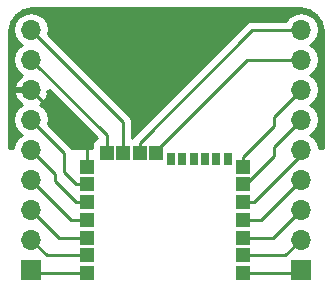
<source format=gbr>
G04 #@! TF.FileFunction,Copper,L1,Top,Signal*
%FSLAX46Y46*%
G04 Gerber Fmt 4.6, Leading zero omitted, Abs format (unit mm)*
G04 Created by KiCad (PCBNEW 4.0.6) date Sun Jun 17 22:16:41 2018*
%MOMM*%
%LPD*%
G01*
G04 APERTURE LIST*
%ADD10C,0.100000*%
%ADD11R,1.700000X1.700000*%
%ADD12O,1.700000X1.700000*%
%ADD13R,1.300000X1.200000*%
%ADD14R,1.200000X1.300000*%
%ADD15R,0.800000X1.000000*%
%ADD16C,0.250000*%
%ADD17C,0.254000*%
G04 APERTURE END LIST*
D10*
D11*
X137160000Y-109220000D03*
D12*
X137160000Y-106680000D03*
X137160000Y-104140000D03*
X137160000Y-101600000D03*
X137160000Y-99060000D03*
X137160000Y-96520000D03*
X137160000Y-93980000D03*
X137160000Y-91440000D03*
X137160000Y-88900000D03*
D11*
X160020000Y-109220000D03*
D12*
X160020000Y-106680000D03*
X160020000Y-104140000D03*
X160020000Y-101600000D03*
X160020000Y-99060000D03*
X160020000Y-96520000D03*
X160020000Y-93980000D03*
X160020000Y-91440000D03*
X160020000Y-88900000D03*
D13*
X141901100Y-100503600D03*
X141901100Y-102003600D03*
X141901100Y-103503600D03*
X141901100Y-105003600D03*
X141901100Y-106503600D03*
X141901100Y-108003600D03*
X141901100Y-109503600D03*
X155101100Y-109503600D03*
X155101100Y-108003600D03*
X155101100Y-106503600D03*
X155101100Y-105003600D03*
X155101100Y-103503600D03*
X155101100Y-102003600D03*
X155101100Y-100503600D03*
D14*
X147751100Y-99353600D03*
X146351100Y-99353600D03*
X144951100Y-99353600D03*
X143551100Y-99353600D03*
D15*
X148991100Y-99803600D03*
X149956100Y-99803600D03*
X150921100Y-99803600D03*
X151886100Y-99803600D03*
X152851100Y-99803600D03*
X153816100Y-99803600D03*
D16*
X141901100Y-109503600D02*
X137443600Y-109503600D01*
X137443600Y-109503600D02*
X137160000Y-109220000D01*
X141901100Y-108003600D02*
X138483600Y-108003600D01*
X138483600Y-108003600D02*
X137160000Y-106680000D01*
X141901100Y-106503600D02*
X139523600Y-106503600D01*
X139523600Y-106503600D02*
X137160000Y-104140000D01*
X141901100Y-105003600D02*
X140563600Y-105003600D01*
X140563600Y-105003600D02*
X137160000Y-101600000D01*
X139192000Y-101694500D02*
X139192000Y-101092000D01*
X139192000Y-101092000D02*
X137160000Y-99060000D01*
X141901100Y-103503600D02*
X141001100Y-103503600D01*
X141001100Y-103503600D02*
X139192000Y-101694500D01*
X139954000Y-100956500D02*
X139954000Y-99314000D01*
X139954000Y-99314000D02*
X137160000Y-96520000D01*
X141901100Y-102003600D02*
X141001100Y-102003600D01*
X141001100Y-102003600D02*
X139954000Y-100956500D01*
X141901100Y-100503600D02*
X141901100Y-98721100D01*
X141901100Y-98721100D02*
X137160000Y-93980000D01*
X143551100Y-99353600D02*
X143551100Y-97831100D01*
X143551100Y-97831100D02*
X137160000Y-91440000D01*
X144951100Y-99353600D02*
X144951100Y-96691100D01*
X144951100Y-96691100D02*
X137160000Y-88900000D01*
X155101100Y-109503600D02*
X159736400Y-109503600D01*
X159736400Y-109503600D02*
X160020000Y-109220000D01*
X155101100Y-108003600D02*
X158696400Y-108003600D01*
X158696400Y-108003600D02*
X160020000Y-106680000D01*
X155101100Y-106503600D02*
X157656400Y-106503600D01*
X157656400Y-106503600D02*
X160020000Y-104140000D01*
X155101100Y-105003600D02*
X156616400Y-105003600D01*
X156616400Y-105003600D02*
X160020000Y-101600000D01*
X155101100Y-103503600D02*
X156001100Y-103503600D01*
X156001100Y-103503600D02*
X160020000Y-99484700D01*
X160020000Y-99484700D02*
X160020000Y-99060000D01*
X157734000Y-99606998D02*
X157734000Y-98806000D01*
X157734000Y-98806000D02*
X160020000Y-96520000D01*
X155101100Y-102003600D02*
X155337398Y-102003600D01*
X155337398Y-102003600D02*
X157734000Y-99606998D01*
X157734000Y-97020700D02*
X157734000Y-96266000D01*
X157734000Y-96266000D02*
X160020000Y-93980000D01*
X155101100Y-100503600D02*
X155101100Y-99653600D01*
X155101100Y-99653600D02*
X157734000Y-97020700D01*
X158817919Y-91440000D02*
X160020000Y-91440000D01*
X155448000Y-91440000D02*
X158817919Y-91440000D01*
X147751100Y-99136900D02*
X155448000Y-91440000D01*
X147751100Y-99353600D02*
X147751100Y-99136900D01*
X146351100Y-99353600D02*
X146351100Y-98453600D01*
X146351100Y-98453600D02*
X155904700Y-88900000D01*
X155904700Y-88900000D02*
X158817919Y-88900000D01*
X158817919Y-88900000D02*
X160020000Y-88900000D01*
D17*
G36*
X160714989Y-87222152D02*
X161304170Y-87615830D01*
X161697848Y-88205011D01*
X161850000Y-88969931D01*
X161850000Y-98933000D01*
X161508831Y-98933000D01*
X161421054Y-98491715D01*
X161099147Y-98009946D01*
X160769974Y-97790000D01*
X161099147Y-97570054D01*
X161421054Y-97088285D01*
X161534093Y-96520000D01*
X161421054Y-95951715D01*
X161099147Y-95469946D01*
X160769974Y-95250000D01*
X161099147Y-95030054D01*
X161421054Y-94548285D01*
X161534093Y-93980000D01*
X161421054Y-93411715D01*
X161099147Y-92929946D01*
X160769974Y-92710000D01*
X161099147Y-92490054D01*
X161421054Y-92008285D01*
X161534093Y-91440000D01*
X161421054Y-90871715D01*
X161099147Y-90389946D01*
X160769974Y-90170000D01*
X161099147Y-89950054D01*
X161421054Y-89468285D01*
X161534093Y-88900000D01*
X161421054Y-88331715D01*
X161099147Y-87849946D01*
X160617378Y-87528039D01*
X160049093Y-87415000D01*
X159990907Y-87415000D01*
X159422622Y-87528039D01*
X158940853Y-87849946D01*
X158747046Y-88140000D01*
X155904700Y-88140000D01*
X155613861Y-88197852D01*
X155367299Y-88362599D01*
X145813699Y-97916199D01*
X145715734Y-98062815D01*
X145711100Y-98063687D01*
X145711100Y-96691100D01*
X145677066Y-96520000D01*
X145653248Y-96400260D01*
X145488501Y-96153699D01*
X138601210Y-89266408D01*
X138674093Y-88900000D01*
X138561054Y-88331715D01*
X138239147Y-87849946D01*
X137757378Y-87528039D01*
X137189093Y-87415000D01*
X137130907Y-87415000D01*
X136562622Y-87528039D01*
X136080853Y-87849946D01*
X135758946Y-88331715D01*
X135645907Y-88900000D01*
X135758946Y-89468285D01*
X136080853Y-89950054D01*
X136410026Y-90170000D01*
X136080853Y-90389946D01*
X135758946Y-90871715D01*
X135645907Y-91440000D01*
X135758946Y-92008285D01*
X136080853Y-92490054D01*
X136421553Y-92717702D01*
X136278642Y-92784817D01*
X135888355Y-93213076D01*
X135718524Y-93623110D01*
X135839845Y-93853000D01*
X137033000Y-93853000D01*
X137033000Y-93833000D01*
X137287000Y-93833000D01*
X137287000Y-93853000D01*
X137307000Y-93853000D01*
X137307000Y-94107000D01*
X137287000Y-94107000D01*
X137287000Y-94127000D01*
X137033000Y-94127000D01*
X137033000Y-94107000D01*
X135839845Y-94107000D01*
X135718524Y-94336890D01*
X135888355Y-94746924D01*
X136278642Y-95175183D01*
X136421553Y-95242298D01*
X136080853Y-95469946D01*
X135758946Y-95951715D01*
X135645907Y-96520000D01*
X135758946Y-97088285D01*
X136080853Y-97570054D01*
X136410026Y-97790000D01*
X136080853Y-98009946D01*
X135758946Y-98491715D01*
X135671169Y-98933000D01*
X135330000Y-98933000D01*
X135330000Y-88969931D01*
X135482152Y-88205011D01*
X135875830Y-87615830D01*
X136465011Y-87222152D01*
X137229931Y-87070000D01*
X159950069Y-87070000D01*
X160714989Y-87222152D01*
X160714989Y-87222152D01*
G37*
X160714989Y-87222152D02*
X161304170Y-87615830D01*
X161697848Y-88205011D01*
X161850000Y-88969931D01*
X161850000Y-98933000D01*
X161508831Y-98933000D01*
X161421054Y-98491715D01*
X161099147Y-98009946D01*
X160769974Y-97790000D01*
X161099147Y-97570054D01*
X161421054Y-97088285D01*
X161534093Y-96520000D01*
X161421054Y-95951715D01*
X161099147Y-95469946D01*
X160769974Y-95250000D01*
X161099147Y-95030054D01*
X161421054Y-94548285D01*
X161534093Y-93980000D01*
X161421054Y-93411715D01*
X161099147Y-92929946D01*
X160769974Y-92710000D01*
X161099147Y-92490054D01*
X161421054Y-92008285D01*
X161534093Y-91440000D01*
X161421054Y-90871715D01*
X161099147Y-90389946D01*
X160769974Y-90170000D01*
X161099147Y-89950054D01*
X161421054Y-89468285D01*
X161534093Y-88900000D01*
X161421054Y-88331715D01*
X161099147Y-87849946D01*
X160617378Y-87528039D01*
X160049093Y-87415000D01*
X159990907Y-87415000D01*
X159422622Y-87528039D01*
X158940853Y-87849946D01*
X158747046Y-88140000D01*
X155904700Y-88140000D01*
X155613861Y-88197852D01*
X155367299Y-88362599D01*
X145813699Y-97916199D01*
X145715734Y-98062815D01*
X145711100Y-98063687D01*
X145711100Y-96691100D01*
X145677066Y-96520000D01*
X145653248Y-96400260D01*
X145488501Y-96153699D01*
X138601210Y-89266408D01*
X138674093Y-88900000D01*
X138561054Y-88331715D01*
X138239147Y-87849946D01*
X137757378Y-87528039D01*
X137189093Y-87415000D01*
X137130907Y-87415000D01*
X136562622Y-87528039D01*
X136080853Y-87849946D01*
X135758946Y-88331715D01*
X135645907Y-88900000D01*
X135758946Y-89468285D01*
X136080853Y-89950054D01*
X136410026Y-90170000D01*
X136080853Y-90389946D01*
X135758946Y-90871715D01*
X135645907Y-91440000D01*
X135758946Y-92008285D01*
X136080853Y-92490054D01*
X136421553Y-92717702D01*
X136278642Y-92784817D01*
X135888355Y-93213076D01*
X135718524Y-93623110D01*
X135839845Y-93853000D01*
X137033000Y-93853000D01*
X137033000Y-93833000D01*
X137287000Y-93833000D01*
X137287000Y-93853000D01*
X137307000Y-93853000D01*
X137307000Y-94107000D01*
X137287000Y-94107000D01*
X137287000Y-94127000D01*
X137033000Y-94127000D01*
X137033000Y-94107000D01*
X135839845Y-94107000D01*
X135718524Y-94336890D01*
X135888355Y-94746924D01*
X136278642Y-95175183D01*
X136421553Y-95242298D01*
X136080853Y-95469946D01*
X135758946Y-95951715D01*
X135645907Y-96520000D01*
X135758946Y-97088285D01*
X136080853Y-97570054D01*
X136410026Y-97790000D01*
X136080853Y-98009946D01*
X135758946Y-98491715D01*
X135671169Y-98933000D01*
X135330000Y-98933000D01*
X135330000Y-88969931D01*
X135482152Y-88205011D01*
X135875830Y-87615830D01*
X136465011Y-87222152D01*
X137229931Y-87070000D01*
X159950069Y-87070000D01*
X160714989Y-87222152D01*
G36*
X142740908Y-98095710D02*
X142715783Y-98100438D01*
X142499659Y-98239510D01*
X142354669Y-98451710D01*
X142303660Y-98703600D01*
X142303660Y-98933000D01*
X140595905Y-98933000D01*
X140491401Y-98776599D01*
X138601210Y-96886408D01*
X138674093Y-96520000D01*
X138561054Y-95951715D01*
X138239147Y-95469946D01*
X137898447Y-95242298D01*
X138041358Y-95175183D01*
X138431645Y-94746924D01*
X138601476Y-94336890D01*
X138480156Y-94107002D01*
X138645000Y-94107002D01*
X138645000Y-93999802D01*
X142740908Y-98095710D01*
X142740908Y-98095710D01*
G37*
X142740908Y-98095710D02*
X142715783Y-98100438D01*
X142499659Y-98239510D01*
X142354669Y-98451710D01*
X142303660Y-98703600D01*
X142303660Y-98933000D01*
X140595905Y-98933000D01*
X140491401Y-98776599D01*
X138601210Y-96886408D01*
X138674093Y-96520000D01*
X138561054Y-95951715D01*
X138239147Y-95469946D01*
X137898447Y-95242298D01*
X138041358Y-95175183D01*
X138431645Y-94746924D01*
X138601476Y-94336890D01*
X138480156Y-94107002D01*
X138645000Y-94107002D01*
X138645000Y-93999802D01*
X142740908Y-98095710D01*
M02*

</source>
